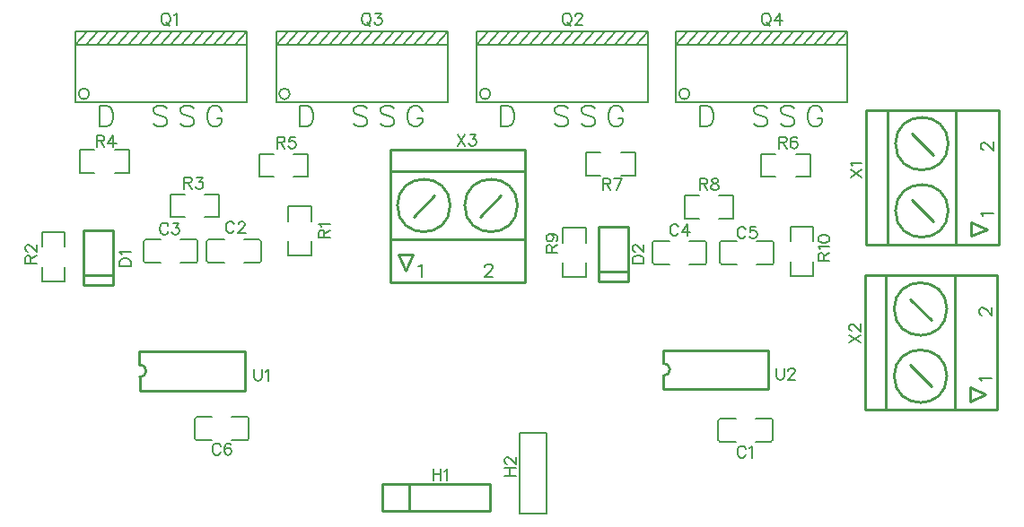
<source format=gto>
G04 Layer: TopSilkscreenLayer*
G04 EasyEDA v6.5.23, 2023-05-04 17:13:00*
G04 607db096b8b445a3a5bfbfc94cd9f4cc,a707f60854a14c978b55351e1b3b8125,10*
G04 Gerber Generator version 0.2*
G04 Scale: 100 percent, Rotated: No, Reflected: No *
G04 Dimensions in millimeters *
G04 leading zeros omitted , absolute positions ,4 integer and 5 decimal *
%FSLAX45Y45*%
%MOMM*%

%ADD10C,0.1524*%
%ADD11C,0.2032*%
%ADD12C,0.2540*%
%ADD13C,0.2030*%

%LPD*%
D10*
X2012441Y674115D02*
G01*
X2002027Y669036D01*
X1991613Y658621D01*
X1986279Y648207D01*
X1981200Y632460D01*
X1981200Y606552D01*
X1986279Y591057D01*
X1991613Y580644D01*
X2002027Y570229D01*
X2012441Y565150D01*
X2033270Y565150D01*
X2043429Y570229D01*
X2053843Y580644D01*
X2059177Y591057D01*
X2064258Y606552D01*
X2064258Y632460D01*
X2059177Y648207D01*
X2053843Y658621D01*
X2043429Y669036D01*
X2033270Y674115D01*
X2012441Y674115D01*
X2027936Y585723D02*
G01*
X2059177Y554736D01*
X2098547Y653287D02*
G01*
X2108961Y658621D01*
X2124709Y674115D01*
X2124709Y565150D01*
D11*
X1397000Y-201421D02*
G01*
X1397000Y-395223D01*
X1397000Y-201421D02*
G01*
X1461770Y-201421D01*
X1489455Y-210565D01*
X1507744Y-229107D01*
X1517142Y-247650D01*
X1526286Y-275336D01*
X1526286Y-321310D01*
X1517142Y-349250D01*
X1507744Y-367537D01*
X1489455Y-386079D01*
X1461770Y-395223D01*
X1397000Y-395223D01*
X2034286Y-229107D02*
G01*
X2015743Y-210565D01*
X1988058Y-201421D01*
X1951227Y-201421D01*
X1923542Y-210565D01*
X1905000Y-229107D01*
X1905000Y-247650D01*
X1914144Y-265937D01*
X1923542Y-275336D01*
X1941829Y-284479D01*
X1997456Y-303021D01*
X2015743Y-312165D01*
X2025141Y-321310D01*
X2034286Y-339852D01*
X2034286Y-367537D01*
X2015743Y-386079D01*
X1988058Y-395223D01*
X1951227Y-395223D01*
X1923542Y-386079D01*
X1905000Y-367537D01*
X2288286Y-229107D02*
G01*
X2269743Y-210565D01*
X2242058Y-201421D01*
X2205227Y-201421D01*
X2177541Y-210565D01*
X2159000Y-229107D01*
X2159000Y-247650D01*
X2168143Y-265937D01*
X2177541Y-275336D01*
X2195829Y-284479D01*
X2251456Y-303021D01*
X2269743Y-312165D01*
X2279141Y-321310D01*
X2288286Y-339852D01*
X2288286Y-367537D01*
X2269743Y-386079D01*
X2242058Y-395223D01*
X2205227Y-395223D01*
X2177541Y-386079D01*
X2159000Y-367537D01*
X2551427Y-247655D02*
G01*
X2542283Y-229113D01*
X2523741Y-210571D01*
X2505453Y-201427D01*
X2468369Y-201427D01*
X2449827Y-210571D01*
X2431539Y-229113D01*
X2422141Y-247655D01*
X2412997Y-275341D01*
X2412997Y-321315D01*
X2422141Y-349255D01*
X2431539Y-367543D01*
X2449827Y-386085D01*
X2468369Y-395229D01*
X2505453Y-395229D01*
X2523741Y-386085D01*
X2542283Y-367543D01*
X2551427Y-349255D01*
X2551427Y-321315D01*
X2505453Y-321315D02*
G01*
X2551427Y-321315D01*
D10*
X5797041Y674115D02*
G01*
X5786627Y669036D01*
X5776213Y658621D01*
X5770879Y648207D01*
X5765800Y632460D01*
X5765800Y606552D01*
X5770879Y591057D01*
X5776213Y580644D01*
X5786627Y570229D01*
X5797041Y565150D01*
X5817870Y565150D01*
X5828029Y570229D01*
X5838443Y580644D01*
X5843777Y591057D01*
X5848858Y606552D01*
X5848858Y632460D01*
X5843777Y648207D01*
X5838443Y658621D01*
X5828029Y669036D01*
X5817870Y674115D01*
X5797041Y674115D01*
X5812536Y585723D02*
G01*
X5843777Y554736D01*
X5888481Y648207D02*
G01*
X5888481Y653287D01*
X5893561Y663702D01*
X5898895Y669036D01*
X5909309Y674115D01*
X5929884Y674115D01*
X5940297Y669036D01*
X5945631Y663702D01*
X5950711Y653287D01*
X5950711Y642873D01*
X5945631Y632460D01*
X5935218Y616965D01*
X5883147Y565150D01*
X5956045Y565150D01*
D11*
X5181600Y-201421D02*
G01*
X5181600Y-395223D01*
X5181600Y-201421D02*
G01*
X5246370Y-201421D01*
X5274056Y-210565D01*
X5292343Y-229107D01*
X5301741Y-247650D01*
X5310886Y-275336D01*
X5310886Y-321310D01*
X5301741Y-349250D01*
X5292343Y-367537D01*
X5274056Y-386079D01*
X5246370Y-395223D01*
X5181600Y-395223D01*
X5818886Y-229107D02*
G01*
X5800343Y-210565D01*
X5772658Y-201421D01*
X5735827Y-201421D01*
X5708141Y-210565D01*
X5689600Y-229107D01*
X5689600Y-247650D01*
X5698743Y-265937D01*
X5708141Y-275336D01*
X5726429Y-284479D01*
X5782056Y-303021D01*
X5800343Y-312165D01*
X5809741Y-321310D01*
X5818886Y-339852D01*
X5818886Y-367537D01*
X5800343Y-386079D01*
X5772658Y-395223D01*
X5735827Y-395223D01*
X5708141Y-386079D01*
X5689600Y-367537D01*
X6072886Y-229107D02*
G01*
X6054343Y-210565D01*
X6026658Y-201421D01*
X5989827Y-201421D01*
X5962141Y-210565D01*
X5943600Y-229107D01*
X5943600Y-247650D01*
X5952743Y-265937D01*
X5962141Y-275336D01*
X5980429Y-284479D01*
X6036056Y-303021D01*
X6054343Y-312165D01*
X6063741Y-321310D01*
X6072886Y-339852D01*
X6072886Y-367537D01*
X6054343Y-386079D01*
X6026658Y-395223D01*
X5989827Y-395223D01*
X5962141Y-386079D01*
X5943600Y-367537D01*
X6336027Y-247655D02*
G01*
X6326883Y-229113D01*
X6308341Y-210571D01*
X6290053Y-201427D01*
X6252969Y-201427D01*
X6234427Y-210571D01*
X6216139Y-229113D01*
X6206741Y-247655D01*
X6197597Y-275341D01*
X6197597Y-321315D01*
X6206741Y-349255D01*
X6216139Y-367543D01*
X6234427Y-386085D01*
X6252969Y-395229D01*
X6290053Y-395229D01*
X6308341Y-386085D01*
X6326883Y-367543D01*
X6336027Y-349255D01*
X6336027Y-321315D01*
X6290053Y-321315D02*
G01*
X6336027Y-321315D01*
D10*
X7676641Y674115D02*
G01*
X7666227Y669036D01*
X7655813Y658621D01*
X7650479Y648207D01*
X7645400Y632460D01*
X7645400Y606552D01*
X7650479Y591057D01*
X7655813Y580644D01*
X7666227Y570229D01*
X7676641Y565150D01*
X7697470Y565150D01*
X7707629Y570229D01*
X7718043Y580644D01*
X7723377Y591057D01*
X7728458Y606552D01*
X7728458Y632460D01*
X7723377Y648207D01*
X7718043Y658621D01*
X7707629Y669036D01*
X7697470Y674115D01*
X7676641Y674115D01*
X7692136Y585723D02*
G01*
X7723377Y554736D01*
X7814818Y674115D02*
G01*
X7762747Y601471D01*
X7840725Y601471D01*
X7814818Y674115D02*
G01*
X7814818Y565150D01*
D11*
X7061200Y-201421D02*
G01*
X7061200Y-395223D01*
X7061200Y-201421D02*
G01*
X7125970Y-201421D01*
X7153656Y-210565D01*
X7171943Y-229107D01*
X7181341Y-247650D01*
X7190486Y-275336D01*
X7190486Y-321310D01*
X7181341Y-349250D01*
X7171943Y-367537D01*
X7153656Y-386079D01*
X7125970Y-395223D01*
X7061200Y-395223D01*
X7698486Y-229107D02*
G01*
X7679943Y-210565D01*
X7652258Y-201421D01*
X7615427Y-201421D01*
X7587741Y-210565D01*
X7569200Y-229107D01*
X7569200Y-247650D01*
X7578343Y-265937D01*
X7587741Y-275336D01*
X7606029Y-284479D01*
X7661656Y-303021D01*
X7679943Y-312165D01*
X7689341Y-321310D01*
X7698486Y-339852D01*
X7698486Y-367537D01*
X7679943Y-386079D01*
X7652258Y-395223D01*
X7615427Y-395223D01*
X7587741Y-386079D01*
X7569200Y-367537D01*
X7952486Y-229107D02*
G01*
X7933943Y-210565D01*
X7906258Y-201421D01*
X7869427Y-201421D01*
X7841741Y-210565D01*
X7823200Y-229107D01*
X7823200Y-247650D01*
X7832343Y-265937D01*
X7841741Y-275336D01*
X7860029Y-284479D01*
X7915656Y-303021D01*
X7933943Y-312165D01*
X7943341Y-321310D01*
X7952486Y-339852D01*
X7952486Y-367537D01*
X7933943Y-386079D01*
X7906258Y-395223D01*
X7869427Y-395223D01*
X7841741Y-386079D01*
X7823200Y-367537D01*
X8215627Y-247655D02*
G01*
X8206483Y-229113D01*
X8187941Y-210571D01*
X8169653Y-201427D01*
X8132569Y-201427D01*
X8114027Y-210571D01*
X8095739Y-229113D01*
X8086341Y-247655D01*
X8077197Y-275341D01*
X8077197Y-321315D01*
X8086341Y-349255D01*
X8095739Y-367543D01*
X8114027Y-386085D01*
X8132569Y-395229D01*
X8169653Y-395229D01*
X8187941Y-386085D01*
X8206483Y-367543D01*
X8215627Y-349255D01*
X8215627Y-321315D01*
X8169653Y-321315D02*
G01*
X8215627Y-321315D01*
D10*
X7494777Y-3441192D02*
G01*
X7489443Y-3430778D01*
X7479029Y-3420363D01*
X7468870Y-3415284D01*
X7448041Y-3415284D01*
X7437627Y-3420363D01*
X7427213Y-3430778D01*
X7421879Y-3441192D01*
X7416800Y-3456939D01*
X7416800Y-3482847D01*
X7421879Y-3498342D01*
X7427213Y-3508755D01*
X7437627Y-3519170D01*
X7448041Y-3524250D01*
X7468870Y-3524250D01*
X7479029Y-3519170D01*
X7489443Y-3508755D01*
X7494777Y-3498342D01*
X7529068Y-3436112D02*
G01*
X7539481Y-3430778D01*
X7554975Y-3415284D01*
X7554975Y-3524250D01*
X2668777Y-1320292D02*
G01*
X2663443Y-1309878D01*
X2653029Y-1299463D01*
X2642870Y-1294384D01*
X2622041Y-1294384D01*
X2611627Y-1299463D01*
X2601213Y-1309878D01*
X2595879Y-1320292D01*
X2590800Y-1336039D01*
X2590800Y-1361947D01*
X2595879Y-1377442D01*
X2601213Y-1387855D01*
X2611627Y-1398270D01*
X2622041Y-1403350D01*
X2642870Y-1403350D01*
X2653029Y-1398270D01*
X2663443Y-1387855D01*
X2668777Y-1377442D01*
X2708147Y-1320292D02*
G01*
X2708147Y-1315212D01*
X2713481Y-1304797D01*
X2718561Y-1299463D01*
X2728975Y-1294384D01*
X2749804Y-1294384D01*
X2760218Y-1299463D01*
X2765297Y-1304797D01*
X2770631Y-1315212D01*
X2770631Y-1325626D01*
X2765297Y-1336039D01*
X2754884Y-1351534D01*
X2703068Y-1403350D01*
X2775711Y-1403350D01*
X2046477Y-1332992D02*
G01*
X2041143Y-1322578D01*
X2030729Y-1312163D01*
X2020570Y-1307084D01*
X1999741Y-1307084D01*
X1989327Y-1312163D01*
X1978913Y-1322578D01*
X1973579Y-1332992D01*
X1968500Y-1348739D01*
X1968500Y-1374647D01*
X1973579Y-1390142D01*
X1978913Y-1400555D01*
X1989327Y-1410970D01*
X1999741Y-1416050D01*
X2020570Y-1416050D01*
X2030729Y-1410970D01*
X2041143Y-1400555D01*
X2046477Y-1390142D01*
X2091181Y-1307084D02*
G01*
X2148331Y-1307084D01*
X2117090Y-1348739D01*
X2132584Y-1348739D01*
X2142997Y-1353820D01*
X2148331Y-1358900D01*
X2153411Y-1374647D01*
X2153411Y-1385062D01*
X2148331Y-1400555D01*
X2137918Y-1410970D01*
X2122170Y-1416050D01*
X2106675Y-1416050D01*
X2091181Y-1410970D01*
X2085847Y-1405889D01*
X2080768Y-1395476D01*
X6859777Y-1345692D02*
G01*
X6854443Y-1335278D01*
X6844029Y-1324863D01*
X6833870Y-1319784D01*
X6813041Y-1319784D01*
X6802627Y-1324863D01*
X6792213Y-1335278D01*
X6786879Y-1345692D01*
X6781800Y-1361439D01*
X6781800Y-1387347D01*
X6786879Y-1402842D01*
X6792213Y-1413255D01*
X6802627Y-1423670D01*
X6813041Y-1428750D01*
X6833870Y-1428750D01*
X6844029Y-1423670D01*
X6854443Y-1413255D01*
X6859777Y-1402842D01*
X6945884Y-1319784D02*
G01*
X6894068Y-1392428D01*
X6972045Y-1392428D01*
X6945884Y-1319784D02*
G01*
X6945884Y-1428750D01*
X7494777Y-1371092D02*
G01*
X7489443Y-1360678D01*
X7479029Y-1350263D01*
X7468870Y-1345184D01*
X7448041Y-1345184D01*
X7437627Y-1350263D01*
X7427213Y-1360678D01*
X7421879Y-1371092D01*
X7416800Y-1386839D01*
X7416800Y-1412747D01*
X7421879Y-1428242D01*
X7427213Y-1438655D01*
X7437627Y-1449070D01*
X7448041Y-1454150D01*
X7468870Y-1454150D01*
X7479029Y-1449070D01*
X7489443Y-1438655D01*
X7494777Y-1428242D01*
X7591297Y-1345184D02*
G01*
X7539481Y-1345184D01*
X7534147Y-1391920D01*
X7539481Y-1386839D01*
X7554975Y-1381505D01*
X7570470Y-1381505D01*
X7586218Y-1386839D01*
X7596631Y-1397000D01*
X7601711Y-1412747D01*
X7601711Y-1423162D01*
X7596631Y-1438655D01*
X7586218Y-1449070D01*
X7570470Y-1454150D01*
X7554975Y-1454150D01*
X7539481Y-1449070D01*
X7534147Y-1443989D01*
X7529068Y-1433576D01*
X2541777Y-3415792D02*
G01*
X2536443Y-3405378D01*
X2526029Y-3394963D01*
X2515870Y-3389884D01*
X2495041Y-3389884D01*
X2484627Y-3394963D01*
X2474213Y-3405378D01*
X2468879Y-3415792D01*
X2463800Y-3431539D01*
X2463800Y-3457447D01*
X2468879Y-3472942D01*
X2474213Y-3483355D01*
X2484627Y-3493770D01*
X2495041Y-3498850D01*
X2515870Y-3498850D01*
X2526029Y-3493770D01*
X2536443Y-3483355D01*
X2541777Y-3472942D01*
X2638297Y-3405378D02*
G01*
X2633218Y-3394963D01*
X2617470Y-3389884D01*
X2607309Y-3389884D01*
X2591561Y-3394963D01*
X2581147Y-3410712D01*
X2576068Y-3436620D01*
X2576068Y-3462528D01*
X2581147Y-3483355D01*
X2591561Y-3493770D01*
X2607309Y-3498850D01*
X2612390Y-3498850D01*
X2627884Y-3493770D01*
X2638297Y-3483355D01*
X2643631Y-3467862D01*
X2643631Y-3462528D01*
X2638297Y-3447034D01*
X2627884Y-3436620D01*
X2612390Y-3431539D01*
X2607309Y-3431539D01*
X2591561Y-3436620D01*
X2581147Y-3447034D01*
X2576068Y-3462528D01*
X1586484Y-1714500D02*
G01*
X1695450Y-1714500D01*
X1586484Y-1714500D02*
G01*
X1586484Y-1678178D01*
X1591563Y-1662429D01*
X1601978Y-1652270D01*
X1612392Y-1646936D01*
X1628139Y-1641855D01*
X1654047Y-1641855D01*
X1669542Y-1646936D01*
X1679955Y-1652270D01*
X1690370Y-1662429D01*
X1695450Y-1678178D01*
X1695450Y-1714500D01*
X1607312Y-1607565D02*
G01*
X1601978Y-1597152D01*
X1586484Y-1581404D01*
X1695450Y-1581404D01*
X6425184Y-1689100D02*
G01*
X6534150Y-1689100D01*
X6425184Y-1689100D02*
G01*
X6425184Y-1652778D01*
X6430263Y-1637029D01*
X6440677Y-1626870D01*
X6451091Y-1621536D01*
X6466840Y-1616455D01*
X6492747Y-1616455D01*
X6508241Y-1621536D01*
X6518656Y-1626870D01*
X6529070Y-1637029D01*
X6534150Y-1652778D01*
X6534150Y-1689100D01*
X6451091Y-1576831D02*
G01*
X6446011Y-1576831D01*
X6435597Y-1571752D01*
X6430263Y-1566418D01*
X6425184Y-1556004D01*
X6425184Y-1535429D01*
X6430263Y-1525015D01*
X6435597Y-1519681D01*
X6446011Y-1514602D01*
X6456425Y-1514602D01*
X6466840Y-1519681D01*
X6482334Y-1530095D01*
X6534150Y-1582165D01*
X6534150Y-1509268D01*
X4546600Y-3631184D02*
G01*
X4546600Y-3740150D01*
X4619243Y-3631184D02*
G01*
X4619243Y-3740150D01*
X4546600Y-3683000D02*
G01*
X4619243Y-3683000D01*
X4653534Y-3652012D02*
G01*
X4663947Y-3646678D01*
X4679695Y-3631184D01*
X4679695Y-3740150D01*
X5218684Y-3695700D02*
G01*
X5327650Y-3695700D01*
X5218684Y-3623055D02*
G01*
X5327650Y-3623055D01*
X5270500Y-3695700D02*
G01*
X5270500Y-3623055D01*
X5244591Y-3583431D02*
G01*
X5239511Y-3583431D01*
X5229097Y-3578352D01*
X5223763Y-3573018D01*
X5218684Y-3562604D01*
X5218684Y-3542029D01*
X5223763Y-3531615D01*
X5229097Y-3526281D01*
X5239511Y-3521202D01*
X5249925Y-3521202D01*
X5260340Y-3526281D01*
X5275834Y-3536695D01*
X5327650Y-3588765D01*
X5327650Y-3515868D01*
X3466084Y-1447800D02*
G01*
X3575050Y-1447800D01*
X3466084Y-1447800D02*
G01*
X3466084Y-1401063D01*
X3471163Y-1385570D01*
X3476497Y-1380236D01*
X3486911Y-1375155D01*
X3497325Y-1375155D01*
X3507740Y-1380236D01*
X3512820Y-1385570D01*
X3517900Y-1401063D01*
X3517900Y-1447800D01*
X3517900Y-1411478D02*
G01*
X3575050Y-1375155D01*
X3486911Y-1340865D02*
G01*
X3481577Y-1330452D01*
X3466084Y-1314704D01*
X3575050Y-1314704D01*
X697484Y-1689100D02*
G01*
X806450Y-1689100D01*
X697484Y-1689100D02*
G01*
X697484Y-1642363D01*
X702563Y-1626870D01*
X707897Y-1621536D01*
X718312Y-1616455D01*
X728726Y-1616455D01*
X739139Y-1621536D01*
X744220Y-1626870D01*
X749300Y-1642363D01*
X749300Y-1689100D01*
X749300Y-1652778D02*
G01*
X806450Y-1616455D01*
X723392Y-1576831D02*
G01*
X718312Y-1576831D01*
X707897Y-1571752D01*
X702563Y-1566418D01*
X697484Y-1556004D01*
X697484Y-1535429D01*
X702563Y-1525015D01*
X707897Y-1519681D01*
X718312Y-1514602D01*
X728726Y-1514602D01*
X739139Y-1519681D01*
X754634Y-1530095D01*
X806450Y-1582165D01*
X806450Y-1509268D01*
X1371600Y-481584D02*
G01*
X1371600Y-590550D01*
X1371600Y-481584D02*
G01*
X1418336Y-481584D01*
X1433829Y-486663D01*
X1439163Y-491997D01*
X1444244Y-502412D01*
X1444244Y-512826D01*
X1439163Y-523239D01*
X1433829Y-528320D01*
X1418336Y-533400D01*
X1371600Y-533400D01*
X1407921Y-533400D02*
G01*
X1444244Y-590550D01*
X1530604Y-481584D02*
G01*
X1478534Y-554228D01*
X1556512Y-554228D01*
X1530604Y-481584D02*
G01*
X1530604Y-590550D01*
X3073400Y-494284D02*
G01*
X3073400Y-603250D01*
X3073400Y-494284D02*
G01*
X3120136Y-494284D01*
X3135629Y-499363D01*
X3140963Y-504697D01*
X3146043Y-515112D01*
X3146043Y-525526D01*
X3140963Y-535939D01*
X3135629Y-541020D01*
X3120136Y-546100D01*
X3073400Y-546100D01*
X3109722Y-546100D02*
G01*
X3146043Y-603250D01*
X3242818Y-494284D02*
G01*
X3190747Y-494284D01*
X3185668Y-541020D01*
X3190747Y-535939D01*
X3206495Y-530605D01*
X3221990Y-530605D01*
X3237484Y-535939D01*
X3247897Y-546100D01*
X3253231Y-561847D01*
X3253231Y-572262D01*
X3247897Y-587755D01*
X3237484Y-598170D01*
X3221990Y-603250D01*
X3206495Y-603250D01*
X3190747Y-598170D01*
X3185668Y-593089D01*
X3180334Y-582676D01*
X7810500Y-494284D02*
G01*
X7810500Y-603250D01*
X7810500Y-494284D02*
G01*
X7857236Y-494284D01*
X7872729Y-499363D01*
X7878063Y-504697D01*
X7883143Y-515112D01*
X7883143Y-525526D01*
X7878063Y-535939D01*
X7872729Y-541020D01*
X7857236Y-546100D01*
X7810500Y-546100D01*
X7846822Y-546100D02*
G01*
X7883143Y-603250D01*
X7979918Y-509778D02*
G01*
X7974584Y-499363D01*
X7959090Y-494284D01*
X7948675Y-494284D01*
X7933181Y-499363D01*
X7922768Y-515112D01*
X7917434Y-541020D01*
X7917434Y-566928D01*
X7922768Y-587755D01*
X7933181Y-598170D01*
X7948675Y-603250D01*
X7954009Y-603250D01*
X7969504Y-598170D01*
X7979918Y-587755D01*
X7984997Y-572262D01*
X7984997Y-566928D01*
X7979918Y-551434D01*
X7969504Y-541020D01*
X7954009Y-535939D01*
X7948675Y-535939D01*
X7933181Y-541020D01*
X7922768Y-551434D01*
X7917434Y-566928D01*
X6146800Y-887984D02*
G01*
X6146800Y-996950D01*
X6146800Y-887984D02*
G01*
X6193536Y-887984D01*
X6209029Y-893063D01*
X6214363Y-898397D01*
X6219443Y-908812D01*
X6219443Y-919226D01*
X6214363Y-929639D01*
X6209029Y-934720D01*
X6193536Y-939800D01*
X6146800Y-939800D01*
X6183122Y-939800D02*
G01*
X6219443Y-996950D01*
X6326631Y-887984D02*
G01*
X6274561Y-996950D01*
X6253734Y-887984D02*
G01*
X6326631Y-887984D01*
X5612384Y-1587500D02*
G01*
X5721350Y-1587500D01*
X5612384Y-1587500D02*
G01*
X5612384Y-1540763D01*
X5617463Y-1525270D01*
X5622797Y-1519936D01*
X5633211Y-1514855D01*
X5643625Y-1514855D01*
X5654040Y-1519936D01*
X5659120Y-1525270D01*
X5664200Y-1540763D01*
X5664200Y-1587500D01*
X5664200Y-1551178D02*
G01*
X5721350Y-1514855D01*
X5648706Y-1413002D02*
G01*
X5664200Y-1418081D01*
X5674613Y-1428495D01*
X5679947Y-1443989D01*
X5679947Y-1449323D01*
X5674613Y-1464818D01*
X5664200Y-1475231D01*
X5648706Y-1480565D01*
X5643625Y-1480565D01*
X5627877Y-1475231D01*
X5617463Y-1464818D01*
X5612384Y-1449323D01*
X5612384Y-1443989D01*
X5617463Y-1428495D01*
X5627877Y-1418081D01*
X5648706Y-1413002D01*
X5674613Y-1413002D01*
X5700775Y-1418081D01*
X5716270Y-1428495D01*
X5721350Y-1443989D01*
X5721350Y-1454404D01*
X5716270Y-1470152D01*
X5705856Y-1475231D01*
X8177784Y-1663700D02*
G01*
X8286750Y-1663700D01*
X8177784Y-1663700D02*
G01*
X8177784Y-1616963D01*
X8182863Y-1601470D01*
X8188197Y-1596136D01*
X8198611Y-1591055D01*
X8209025Y-1591055D01*
X8219440Y-1596136D01*
X8224520Y-1601470D01*
X8229600Y-1616963D01*
X8229600Y-1663700D01*
X8229600Y-1627378D02*
G01*
X8286750Y-1591055D01*
X8198611Y-1556765D02*
G01*
X8193277Y-1546352D01*
X8177784Y-1530604D01*
X8286750Y-1530604D01*
X8177784Y-1465326D02*
G01*
X8182863Y-1480820D01*
X8198611Y-1491234D01*
X8224520Y-1496313D01*
X8240013Y-1496313D01*
X8266175Y-1491234D01*
X8281670Y-1480820D01*
X8286750Y-1465326D01*
X8286750Y-1454912D01*
X8281670Y-1439163D01*
X8266175Y-1428750D01*
X8240013Y-1423670D01*
X8224520Y-1423670D01*
X8198611Y-1428750D01*
X8182863Y-1439163D01*
X8177784Y-1454912D01*
X8177784Y-1465326D01*
X2857500Y-2691384D02*
G01*
X2857500Y-2769362D01*
X2862579Y-2784855D01*
X2872993Y-2795270D01*
X2888741Y-2800350D01*
X2899156Y-2800350D01*
X2914650Y-2795270D01*
X2925063Y-2784855D01*
X2930143Y-2769362D01*
X2930143Y-2691384D01*
X2964434Y-2712212D02*
G01*
X2974847Y-2706878D01*
X2990595Y-2691384D01*
X2990595Y-2800350D01*
X7785100Y-2678684D02*
G01*
X7785100Y-2756662D01*
X7790179Y-2772155D01*
X7800593Y-2782570D01*
X7816341Y-2787650D01*
X7826756Y-2787650D01*
X7842250Y-2782570D01*
X7852663Y-2772155D01*
X7857743Y-2756662D01*
X7857743Y-2678684D01*
X7897368Y-2704592D02*
G01*
X7897368Y-2699512D01*
X7902447Y-2689097D01*
X7907781Y-2683763D01*
X7918195Y-2678684D01*
X7938770Y-2678684D01*
X7949184Y-2683763D01*
X7954518Y-2689097D01*
X7959597Y-2699512D01*
X7959597Y-2709926D01*
X7954518Y-2720339D01*
X7944104Y-2735834D01*
X7892034Y-2787650D01*
X7964931Y-2787650D01*
X3904741Y674115D02*
G01*
X3894327Y669036D01*
X3883913Y658621D01*
X3878579Y648207D01*
X3873500Y632460D01*
X3873500Y606552D01*
X3878579Y591057D01*
X3883913Y580644D01*
X3894327Y570229D01*
X3904741Y565150D01*
X3925570Y565150D01*
X3935729Y570229D01*
X3946143Y580644D01*
X3951477Y591057D01*
X3956558Y606552D01*
X3956558Y632460D01*
X3951477Y648207D01*
X3946143Y658621D01*
X3935729Y669036D01*
X3925570Y674115D01*
X3904741Y674115D01*
X3920236Y585723D02*
G01*
X3951477Y554736D01*
X4001261Y674115D02*
G01*
X4058411Y674115D01*
X4027170Y632460D01*
X4042918Y632460D01*
X4053331Y627379D01*
X4058411Y622300D01*
X4063745Y606552D01*
X4063745Y596137D01*
X4058411Y580644D01*
X4047997Y570229D01*
X4032504Y565150D01*
X4017009Y565150D01*
X4001261Y570229D01*
X3996181Y575310D01*
X3990847Y585723D01*
D11*
X3289300Y-201421D02*
G01*
X3289300Y-395223D01*
X3289300Y-201421D02*
G01*
X3354070Y-201421D01*
X3381756Y-210565D01*
X3400043Y-229107D01*
X3409441Y-247650D01*
X3418586Y-275336D01*
X3418586Y-321310D01*
X3409441Y-349250D01*
X3400043Y-367537D01*
X3381756Y-386079D01*
X3354070Y-395223D01*
X3289300Y-395223D01*
X3926586Y-229107D02*
G01*
X3908043Y-210565D01*
X3880358Y-201421D01*
X3843527Y-201421D01*
X3815841Y-210565D01*
X3797300Y-229107D01*
X3797300Y-247650D01*
X3806443Y-265937D01*
X3815841Y-275336D01*
X3834129Y-284479D01*
X3889756Y-303021D01*
X3908043Y-312165D01*
X3917441Y-321310D01*
X3926586Y-339852D01*
X3926586Y-367537D01*
X3908043Y-386079D01*
X3880358Y-395223D01*
X3843527Y-395223D01*
X3815841Y-386079D01*
X3797300Y-367537D01*
X4180586Y-229107D02*
G01*
X4162043Y-210565D01*
X4134358Y-201421D01*
X4097527Y-201421D01*
X4069841Y-210565D01*
X4051300Y-229107D01*
X4051300Y-247650D01*
X4060443Y-265937D01*
X4069841Y-275336D01*
X4088129Y-284479D01*
X4143756Y-303021D01*
X4162043Y-312165D01*
X4171441Y-321310D01*
X4180586Y-339852D01*
X4180586Y-367537D01*
X4162043Y-386079D01*
X4134358Y-395223D01*
X4097527Y-395223D01*
X4069841Y-386079D01*
X4051300Y-367537D01*
X4443727Y-247655D02*
G01*
X4434583Y-229113D01*
X4416041Y-210571D01*
X4397753Y-201427D01*
X4360669Y-201427D01*
X4342127Y-210571D01*
X4323839Y-229113D01*
X4314441Y-247655D01*
X4305297Y-275341D01*
X4305297Y-321315D01*
X4314441Y-349255D01*
X4323839Y-367543D01*
X4342127Y-386085D01*
X4360669Y-395229D01*
X4397753Y-395229D01*
X4416041Y-386085D01*
X4434583Y-367543D01*
X4443727Y-349255D01*
X4443727Y-321315D01*
X4397753Y-321315D02*
G01*
X4443727Y-321315D01*
D10*
X8482584Y-876376D02*
G01*
X8591550Y-803732D01*
X8482584Y-803732D02*
G01*
X8591550Y-876376D01*
X8503411Y-769442D02*
G01*
X8498077Y-759028D01*
X8482584Y-743280D01*
X8591550Y-743280D01*
X9732772Y-1242136D02*
G01*
X9726929Y-1230706D01*
X9709658Y-1213180D01*
X9831070Y-1213180D01*
X9738613Y-616534D02*
G01*
X9732772Y-616534D01*
X9721341Y-610946D01*
X9715500Y-605104D01*
X9709658Y-593420D01*
X9709658Y-570306D01*
X9715500Y-558876D01*
X9721341Y-553034D01*
X9732772Y-547446D01*
X9744456Y-547446D01*
X9755886Y-553034D01*
X9773158Y-564718D01*
X9831070Y-622376D01*
X9831070Y-541604D01*
X8469884Y-2438476D02*
G01*
X8578850Y-2365832D01*
X8469884Y-2365832D02*
G01*
X8578850Y-2438476D01*
X8495791Y-2326208D02*
G01*
X8490711Y-2326208D01*
X8480297Y-2321128D01*
X8474963Y-2315794D01*
X8469884Y-2305380D01*
X8469884Y-2284806D01*
X8474963Y-2274392D01*
X8480297Y-2269058D01*
X8490711Y-2263978D01*
X8501125Y-2263978D01*
X8511540Y-2269058D01*
X8527034Y-2279472D01*
X8578850Y-2331542D01*
X8578850Y-2258644D01*
X9720072Y-2804236D02*
G01*
X9714229Y-2792806D01*
X9696958Y-2775280D01*
X9818370Y-2775280D01*
X9725913Y-2178634D02*
G01*
X9720072Y-2178634D01*
X9708641Y-2173046D01*
X9702800Y-2167204D01*
X9696958Y-2155520D01*
X9696958Y-2132406D01*
X9702800Y-2120976D01*
X9708641Y-2115134D01*
X9720072Y-2109546D01*
X9731756Y-2109546D01*
X9743186Y-2115134D01*
X9760458Y-2126818D01*
X9818370Y-2184476D01*
X9818370Y-2103704D01*
X4775123Y-468884D02*
G01*
X4847767Y-577850D01*
X4847767Y-468884D02*
G01*
X4775123Y-577850D01*
X4892471Y-468884D02*
G01*
X4949621Y-468884D01*
X4918633Y-510539D01*
X4934127Y-510539D01*
X4944541Y-515620D01*
X4949621Y-520700D01*
X4954955Y-536447D01*
X4954955Y-546862D01*
X4949621Y-562355D01*
X4939207Y-572770D01*
X4923713Y-577850D01*
X4908219Y-577850D01*
X4892471Y-572770D01*
X4887391Y-567689D01*
X4882057Y-557276D01*
X4409363Y-1719071D02*
G01*
X4420793Y-1713229D01*
X4438319Y-1695957D01*
X4438319Y-1817370D01*
X5034965Y-1724913D02*
G01*
X5034965Y-1719071D01*
X5040553Y-1707642D01*
X5046395Y-1701800D01*
X5058079Y-1695957D01*
X5081193Y-1695957D01*
X5092623Y-1701800D01*
X5098465Y-1707642D01*
X5104053Y-1719071D01*
X5104053Y-1730755D01*
X5098465Y-1742186D01*
X5086781Y-1759457D01*
X5029123Y-1817370D01*
X5109895Y-1817370D01*
X2197100Y-875284D02*
G01*
X2197100Y-984250D01*
X2197100Y-875284D02*
G01*
X2243836Y-875284D01*
X2259329Y-880363D01*
X2264663Y-885697D01*
X2269743Y-896112D01*
X2269743Y-906526D01*
X2264663Y-916939D01*
X2259329Y-922020D01*
X2243836Y-927100D01*
X2197100Y-927100D01*
X2233422Y-927100D02*
G01*
X2269743Y-984250D01*
X2314447Y-875284D02*
G01*
X2371597Y-875284D01*
X2340609Y-916939D01*
X2356104Y-916939D01*
X2366518Y-922020D01*
X2371597Y-927100D01*
X2376931Y-942847D01*
X2376931Y-953262D01*
X2371597Y-968755D01*
X2361184Y-979170D01*
X2345690Y-984250D01*
X2330195Y-984250D01*
X2314447Y-979170D01*
X2309368Y-974089D01*
X2304034Y-963676D01*
X7061200Y-887984D02*
G01*
X7061200Y-996950D01*
X7061200Y-887984D02*
G01*
X7107936Y-887984D01*
X7123429Y-893063D01*
X7128763Y-898397D01*
X7133843Y-908812D01*
X7133843Y-919226D01*
X7128763Y-929639D01*
X7123429Y-934720D01*
X7107936Y-939800D01*
X7061200Y-939800D01*
X7097522Y-939800D02*
G01*
X7133843Y-996950D01*
X7194295Y-887984D02*
G01*
X7178547Y-893063D01*
X7173468Y-903478D01*
X7173468Y-913892D01*
X7178547Y-924305D01*
X7188961Y-929639D01*
X7209790Y-934720D01*
X7225284Y-939800D01*
X7235697Y-950213D01*
X7241031Y-960628D01*
X7241031Y-976376D01*
X7235697Y-986789D01*
X7230618Y-991870D01*
X7214870Y-996950D01*
X7194295Y-996950D01*
X7178547Y-991870D01*
X7173468Y-986789D01*
X7168134Y-976376D01*
X7168134Y-960628D01*
X7173468Y-950213D01*
X7183881Y-939800D01*
X7199375Y-934720D01*
X7220204Y-929639D01*
X7230618Y-924305D01*
X7235697Y-913892D01*
X7235697Y-903478D01*
X7230618Y-893063D01*
X7214870Y-887984D01*
X7194295Y-887984D01*
D11*
X1281198Y501599D02*
G01*
X1171199Y371599D01*
X1171199Y-168399D02*
G01*
X1171199Y371589D01*
X2791198Y501599D02*
G01*
X2791198Y371599D01*
X1981200Y-168399D02*
G01*
X1171199Y-168399D01*
X2791198Y501599D02*
G01*
X2681198Y371599D01*
X2681203Y501596D02*
G01*
X2571203Y371596D01*
X2581201Y501599D02*
G01*
X2471201Y371599D01*
X2481201Y501599D02*
G01*
X2371201Y371599D01*
X2381199Y501599D02*
G01*
X2271199Y371599D01*
X2281199Y501599D02*
G01*
X2171199Y371599D01*
X2181199Y501599D02*
G01*
X2071199Y371599D01*
X2081199Y501599D02*
G01*
X1971200Y371599D01*
X1981200Y501599D02*
G01*
X1871200Y371599D01*
X1781197Y501601D02*
G01*
X1671198Y371602D01*
X1881197Y501599D02*
G01*
X1771197Y371599D01*
X1681200Y501599D02*
G01*
X1571200Y371599D01*
X1581200Y501596D02*
G01*
X1471201Y371596D01*
X1481203Y501601D02*
G01*
X1371203Y371602D01*
X1381198Y501601D02*
G01*
X1271198Y371602D01*
X1171199Y501599D02*
G01*
X1171199Y371599D01*
X1171201Y501599D02*
G01*
X1981202Y501599D01*
X1981200Y501599D02*
G01*
X2791200Y501599D01*
X1981200Y371599D02*
G01*
X1171199Y371599D01*
X1981200Y371599D02*
G01*
X2791200Y371599D01*
X1981200Y-168399D02*
G01*
X2791200Y-168399D01*
X2791200Y371599D02*
G01*
X2791200Y-168389D01*
X5065798Y501599D02*
G01*
X4955799Y371599D01*
X4955799Y-168399D02*
G01*
X4955799Y371589D01*
X6575798Y501599D02*
G01*
X6575798Y371599D01*
X5765800Y-168399D02*
G01*
X4955799Y-168399D01*
X6575798Y501599D02*
G01*
X6465798Y371599D01*
X6465803Y501596D02*
G01*
X6355803Y371596D01*
X6365801Y501599D02*
G01*
X6255801Y371599D01*
X6265801Y501599D02*
G01*
X6155801Y371599D01*
X6165799Y501599D02*
G01*
X6055799Y371599D01*
X6065799Y501599D02*
G01*
X5955799Y371599D01*
X5965799Y501599D02*
G01*
X5855799Y371599D01*
X5865799Y501599D02*
G01*
X5755800Y371599D01*
X5765800Y501599D02*
G01*
X5655800Y371599D01*
X5565797Y501601D02*
G01*
X5455798Y371602D01*
X5665797Y501599D02*
G01*
X5555797Y371599D01*
X5465800Y501599D02*
G01*
X5355800Y371599D01*
X5365800Y501596D02*
G01*
X5255801Y371596D01*
X5265803Y501601D02*
G01*
X5155803Y371602D01*
X5165798Y501601D02*
G01*
X5055798Y371602D01*
X4955799Y501599D02*
G01*
X4955799Y371599D01*
X4955801Y501599D02*
G01*
X5765802Y501599D01*
X5765800Y501599D02*
G01*
X6575800Y501599D01*
X5765800Y371599D02*
G01*
X4955799Y371599D01*
X5765800Y371599D02*
G01*
X6575800Y371599D01*
X5765800Y-168399D02*
G01*
X6575800Y-168399D01*
X6575800Y371599D02*
G01*
X6575800Y-168389D01*
X6945398Y501599D02*
G01*
X6835399Y371599D01*
X6835399Y-168399D02*
G01*
X6835399Y371589D01*
X8455398Y501599D02*
G01*
X8455398Y371599D01*
X7645400Y-168399D02*
G01*
X6835399Y-168399D01*
X8455398Y501599D02*
G01*
X8345398Y371599D01*
X8345403Y501596D02*
G01*
X8235403Y371596D01*
X8245401Y501599D02*
G01*
X8135401Y371599D01*
X8145401Y501599D02*
G01*
X8035401Y371599D01*
X8045399Y501599D02*
G01*
X7935399Y371599D01*
X7945399Y501599D02*
G01*
X7835399Y371599D01*
X7845399Y501599D02*
G01*
X7735399Y371599D01*
X7745399Y501599D02*
G01*
X7635400Y371599D01*
X7645400Y501599D02*
G01*
X7535400Y371599D01*
X7445397Y501601D02*
G01*
X7335398Y371602D01*
X7545397Y501599D02*
G01*
X7435397Y371599D01*
X7345400Y501599D02*
G01*
X7235400Y371599D01*
X7245400Y501596D02*
G01*
X7135401Y371596D01*
X7145403Y501601D02*
G01*
X7035403Y371602D01*
X7045398Y501601D02*
G01*
X6935398Y371602D01*
X6835399Y501599D02*
G01*
X6835399Y371599D01*
X6835401Y501599D02*
G01*
X7645402Y501599D01*
X7645400Y501599D02*
G01*
X8455400Y501599D01*
X7645400Y371599D02*
G01*
X6835399Y371599D01*
X7645400Y371599D02*
G01*
X8455400Y371599D01*
X7645400Y-168399D02*
G01*
X8455400Y-168399D01*
X8455400Y371599D02*
G01*
X8455400Y-168389D01*
D10*
X7734119Y-3154639D02*
G01*
X7585621Y-3154639D01*
X7585621Y-3373160D02*
G01*
X7734119Y-3373160D01*
X7749359Y-3357920D02*
G01*
X7749359Y-3169879D01*
X7251880Y-3154639D02*
G01*
X7400378Y-3154639D01*
X7400378Y-3373160D02*
G01*
X7251880Y-3373160D01*
X7236640Y-3357920D02*
G01*
X7236640Y-3169879D01*
X2425880Y-1684060D02*
G01*
X2574378Y-1684060D01*
X2574378Y-1465539D02*
G01*
X2425880Y-1465539D01*
X2410640Y-1480779D02*
G01*
X2410640Y-1668820D01*
X2908119Y-1684060D02*
G01*
X2759621Y-1684060D01*
X2759621Y-1465539D02*
G01*
X2908119Y-1465539D01*
X2923359Y-1480779D02*
G01*
X2923359Y-1668820D01*
X2311219Y-1465539D02*
G01*
X2162721Y-1465539D01*
X2162721Y-1684060D02*
G01*
X2311219Y-1684060D01*
X2326459Y-1668820D02*
G01*
X2326459Y-1480779D01*
X1828980Y-1465539D02*
G01*
X1977478Y-1465539D01*
X1977478Y-1684060D02*
G01*
X1828980Y-1684060D01*
X1813740Y-1668820D02*
G01*
X1813740Y-1480779D01*
X7111819Y-1478239D02*
G01*
X6963321Y-1478239D01*
X6963321Y-1696760D02*
G01*
X7111819Y-1696760D01*
X7127059Y-1681520D02*
G01*
X7127059Y-1493479D01*
X6629580Y-1478239D02*
G01*
X6778078Y-1478239D01*
X6778078Y-1696760D02*
G01*
X6629580Y-1696760D01*
X6614340Y-1681520D02*
G01*
X6614340Y-1493479D01*
X7264580Y-1696760D02*
G01*
X7413078Y-1696760D01*
X7413078Y-1478239D02*
G01*
X7264580Y-1478239D01*
X7249340Y-1493479D02*
G01*
X7249340Y-1681520D01*
X7746819Y-1696760D02*
G01*
X7598321Y-1696760D01*
X7598321Y-1478239D02*
G01*
X7746819Y-1478239D01*
X7762059Y-1493479D02*
G01*
X7762059Y-1681520D01*
X2311580Y-3360460D02*
G01*
X2460078Y-3360460D01*
X2460078Y-3141939D02*
G01*
X2311580Y-3141939D01*
X2296340Y-3157179D02*
G01*
X2296340Y-3345220D01*
X2793819Y-3360460D02*
G01*
X2645321Y-3360460D01*
X2645321Y-3141939D02*
G01*
X2793819Y-3141939D01*
X2809059Y-3157179D02*
G01*
X2809059Y-3345220D01*
D12*
X1244300Y-1802373D02*
G01*
X1524299Y-1802373D01*
X1244300Y-1898299D02*
G01*
X1524299Y-1898299D01*
X1524299Y-1898299D02*
G01*
X1524299Y-1378300D01*
X1244300Y-1378300D02*
G01*
X1524299Y-1378300D01*
X1244300Y-1898299D02*
G01*
X1244300Y-1378300D01*
X6108400Y-1764273D02*
G01*
X6388399Y-1764273D01*
X6108400Y-1860199D02*
G01*
X6388399Y-1860199D01*
X6388399Y-1860199D02*
G01*
X6388399Y-1340200D01*
X6108400Y-1340200D02*
G01*
X6388399Y-1340200D01*
X6108400Y-1860199D02*
G01*
X6108400Y-1340200D01*
X4320352Y-3771900D02*
G01*
X5080000Y-3771900D01*
X5080000Y-4025900D01*
X4064000Y-4025900D01*
X4064000Y-3771900D01*
X4320352Y-3771900D01*
X4320352Y-3771900D02*
G01*
X4320352Y-4025900D01*
D11*
X5359400Y-3860800D02*
G01*
X5359400Y-4051300D01*
X5613400Y-4051300D01*
X5613400Y-3289300D01*
X5359400Y-3289300D01*
D13*
X5359400Y-3289300D02*
G01*
X5359400Y-3860800D01*
D10*
X3397209Y-1289179D02*
G01*
X3397209Y-1153187D01*
X3181390Y-1153187D01*
X3181390Y-1289179D01*
X3397209Y-1479420D02*
G01*
X3397209Y-1615412D01*
X3181390Y-1615412D01*
X3181390Y-1479420D01*
X1073109Y-1530479D02*
G01*
X1073109Y-1394487D01*
X857290Y-1394487D01*
X857290Y-1530479D01*
X1073109Y-1720720D02*
G01*
X1073109Y-1856712D01*
X857290Y-1856712D01*
X857290Y-1720720D01*
X1352679Y-615990D02*
G01*
X1216687Y-615990D01*
X1216687Y-831809D01*
X1352679Y-831809D01*
X1542920Y-615990D02*
G01*
X1678912Y-615990D01*
X1678912Y-831809D01*
X1542920Y-831809D01*
X3232020Y-869909D02*
G01*
X3368012Y-869909D01*
X3368012Y-654090D01*
X3232020Y-654090D01*
X3041779Y-869909D02*
G01*
X2905787Y-869909D01*
X2905787Y-654090D01*
X3041779Y-654090D01*
X7969120Y-869909D02*
G01*
X8105112Y-869909D01*
X8105112Y-654090D01*
X7969120Y-654090D01*
X7778879Y-869909D02*
G01*
X7642887Y-869909D01*
X7642887Y-654090D01*
X7778879Y-654090D01*
X6127879Y-641390D02*
G01*
X5991887Y-641390D01*
X5991887Y-857209D01*
X6127879Y-857209D01*
X6318120Y-641390D02*
G01*
X6454112Y-641390D01*
X6454112Y-857209D01*
X6318120Y-857209D01*
X5988009Y-1492379D02*
G01*
X5988009Y-1356387D01*
X5772190Y-1356387D01*
X5772190Y-1492379D01*
X5988009Y-1682620D02*
G01*
X5988009Y-1818612D01*
X5772190Y-1818612D01*
X5772190Y-1682620D01*
X8134309Y-1479679D02*
G01*
X8134309Y-1343687D01*
X7918490Y-1343687D01*
X7918490Y-1479679D01*
X8134309Y-1669920D02*
G01*
X8134309Y-1805912D01*
X7918490Y-1805912D01*
X7918490Y-1669920D01*
D12*
X1780539Y-2890520D02*
G01*
X2770886Y-2890520D01*
X2770886Y-2522220D01*
X1775713Y-2522220D01*
X1775713Y-2522220D02*
G01*
X1775713Y-2646667D01*
X1778000Y-2763520D02*
G01*
X1778000Y-2890520D01*
X6720840Y-2877820D02*
G01*
X7711186Y-2877820D01*
X7711186Y-2509520D01*
X6716013Y-2509520D01*
X6716013Y-2509520D02*
G01*
X6716013Y-2633967D01*
X6718300Y-2750820D02*
G01*
X6718300Y-2877820D01*
D11*
X3173498Y501599D02*
G01*
X3063499Y371599D01*
X3063499Y-168399D02*
G01*
X3063499Y371589D01*
X4683498Y501599D02*
G01*
X4683498Y371599D01*
X3873500Y-168399D02*
G01*
X3063499Y-168399D01*
X4683498Y501599D02*
G01*
X4573498Y371599D01*
X4573503Y501596D02*
G01*
X4463503Y371596D01*
X4473501Y501599D02*
G01*
X4363501Y371599D01*
X4373501Y501599D02*
G01*
X4263501Y371599D01*
X4273499Y501599D02*
G01*
X4163499Y371599D01*
X4173499Y501599D02*
G01*
X4063499Y371599D01*
X4073499Y501599D02*
G01*
X3963499Y371599D01*
X3973499Y501599D02*
G01*
X3863500Y371599D01*
X3873500Y501599D02*
G01*
X3763500Y371599D01*
X3673497Y501601D02*
G01*
X3563498Y371602D01*
X3773497Y501599D02*
G01*
X3663497Y371599D01*
X3573500Y501599D02*
G01*
X3463500Y371599D01*
X3473500Y501596D02*
G01*
X3363501Y371596D01*
X3373503Y501601D02*
G01*
X3263503Y371602D01*
X3273498Y501601D02*
G01*
X3163498Y371602D01*
X3063499Y501599D02*
G01*
X3063499Y371599D01*
X3063501Y501599D02*
G01*
X3873502Y501599D01*
X3873500Y501599D02*
G01*
X4683500Y501599D01*
X3873500Y371599D02*
G01*
X3063499Y371599D01*
X3873500Y371599D02*
G01*
X4683500Y371599D01*
X3873500Y-168399D02*
G01*
X4683500Y-168399D01*
X4683500Y371599D02*
G01*
X4683500Y-168389D01*
D12*
X9768840Y-1366596D02*
G01*
X9621520Y-1300556D01*
X9621520Y-1300556D02*
G01*
X9621520Y-1432636D01*
X9621520Y-1432636D02*
G01*
X9768840Y-1366596D01*
X8831579Y-1511376D02*
G01*
X8831579Y-241376D01*
X9479279Y-1511376D02*
G01*
X9479279Y-241376D01*
X8630920Y-1511376D02*
G01*
X8630920Y-241376D01*
X8630920Y-241376D02*
G01*
X9880600Y-241376D01*
X9880600Y-241376D02*
G01*
X9880600Y-1511376D01*
X9880600Y-1511376D02*
G01*
X8630920Y-1511376D01*
X9260840Y-665556D02*
G01*
X9060179Y-464896D01*
X9260840Y-1290396D02*
G01*
X9060179Y-1089736D01*
X9756140Y-2928696D02*
G01*
X9608820Y-2862656D01*
X9608820Y-2862656D02*
G01*
X9608820Y-2994736D01*
X9608820Y-2994736D02*
G01*
X9756140Y-2928696D01*
X8818879Y-3073476D02*
G01*
X8818879Y-1803476D01*
X9466579Y-3073476D02*
G01*
X9466579Y-1803476D01*
X8618220Y-3073476D02*
G01*
X8618220Y-1803476D01*
X8618220Y-1803476D02*
G01*
X9867900Y-1803476D01*
X9867900Y-1803476D02*
G01*
X9867900Y-3073476D01*
X9867900Y-3073476D02*
G01*
X8618220Y-3073476D01*
X9248140Y-2227656D02*
G01*
X9047479Y-2026996D01*
X9248140Y-2852496D02*
G01*
X9047479Y-2651836D01*
X4284903Y-1755139D02*
G01*
X4350943Y-1607820D01*
X4350943Y-1607820D02*
G01*
X4218863Y-1607820D01*
X4218863Y-1607820D02*
G01*
X4284903Y-1755139D01*
X4140123Y-817879D02*
G01*
X5410123Y-817879D01*
X4140123Y-1465579D02*
G01*
X5410123Y-1465579D01*
X4140123Y-617220D02*
G01*
X5410123Y-617220D01*
X5410123Y-617220D02*
G01*
X5410123Y-1866900D01*
X5410123Y-1866900D02*
G01*
X4140123Y-1866900D01*
X4140123Y-1866900D02*
G01*
X4140123Y-617220D01*
X4985943Y-1247139D02*
G01*
X5186603Y-1046479D01*
X4361103Y-1247139D02*
G01*
X4561763Y-1046479D01*
D10*
X2393820Y-1250909D02*
G01*
X2529812Y-1250909D01*
X2529812Y-1035090D01*
X2393820Y-1035090D01*
X2203579Y-1250909D02*
G01*
X2067587Y-1250909D01*
X2067587Y-1035090D01*
X2203579Y-1035090D01*
X7245220Y-1263609D02*
G01*
X7381212Y-1263609D01*
X7381212Y-1047790D01*
X7245220Y-1047790D01*
X7054979Y-1263609D02*
G01*
X6918987Y-1263609D01*
X6918987Y-1047790D01*
X7054979Y-1047790D01*
G75*
G01*
X7734120Y-3373161D02*
G03*
X7749360Y-3357921I0J15240D01*
G75*
G01*
X7749360Y-3169879D02*
G03*
X7734120Y-3154639I-15240J0D01*
G75*
G01*
X7251880Y-3373161D02*
G02*
X7236640Y-3357921I0J15240D01*
G75*
G01*
X7236640Y-3169879D02*
G02*
X7251880Y-3154639I15240J0D01*
G75*
G01*
X2425880Y-1465539D02*
G03*
X2410640Y-1480779I0J-15240D01*
G75*
G01*
X2410640Y-1668821D02*
G03*
X2425880Y-1684061I15240J0D01*
G75*
G01*
X2908120Y-1465539D02*
G02*
X2923360Y-1480779I0J-15240D01*
G75*
G01*
X2923360Y-1668821D02*
G02*
X2908120Y-1684061I-15240J0D01*
G75*
G01*
X2311220Y-1684061D02*
G03*
X2326460Y-1668821I0J15240D01*
G75*
G01*
X2326460Y-1480779D02*
G03*
X2311220Y-1465539I-15240J0D01*
G75*
G01*
X1828980Y-1684061D02*
G02*
X1813740Y-1668821I0J15240D01*
G75*
G01*
X1813740Y-1480779D02*
G02*
X1828980Y-1465539I15240J0D01*
G75*
G01*
X7111820Y-1696761D02*
G03*
X7127060Y-1681521I0J15240D01*
G75*
G01*
X7127060Y-1493479D02*
G03*
X7111820Y-1478239I-15240J0D01*
G75*
G01*
X6629580Y-1696761D02*
G02*
X6614340Y-1681521I0J15240D01*
G75*
G01*
X6614340Y-1493479D02*
G02*
X6629580Y-1478239I15240J0D01*
G75*
G01*
X7264580Y-1478239D02*
G03*
X7249340Y-1493479I0J-15240D01*
G75*
G01*
X7249340Y-1681521D02*
G03*
X7264580Y-1696761I15240J0D01*
G75*
G01*
X7746820Y-1478239D02*
G02*
X7762060Y-1493479I0J-15240D01*
G75*
G01*
X7762060Y-1681521D02*
G02*
X7746820Y-1696761I-15240J0D01*
G75*
G01*
X2311580Y-3141939D02*
G03*
X2296340Y-3157179I0J-15240D01*
G75*
G01*
X2296340Y-3345221D02*
G03*
X2311580Y-3360461I15240J0D01*
G75*
G01*
X2793820Y-3141939D02*
G02*
X2809060Y-3157179I0J-15240D01*
G75*
G01*
X2809060Y-3345221D02*
G02*
X2793820Y-3360461I-15240J0D01*
D12*
G75*
G01*
X1778000Y-2763520D02*
G03*
X1778292Y-2646667I2548J58420D01*
G75*
G01*
X6718300Y-2750820D02*
G03*
X6718592Y-2633967I2548J58420D01*
D11*
G75*
G01
X1302004Y-88392D02*
G03X1302004Y-88392I-50800J0D01*
G75*
G01
X5086604Y-88392D02*
G03X5086604Y-88392I-50800J0D01*
G75*
G01
X6966204Y-88392D02*
G03X6966204Y-88392I-50800J0D01*
G75*
G01
X3194304Y-88392D02*
G03X3194304Y-88392I-50800J0D01*
D12*
G75*
G01
X9405620Y-558876D02*
G03X9405620Y-558876I-248920J0D01*
G75*
G01
X9405620Y-1193876D02*
G03X9405620Y-1193876I-248920J0D01*
G75*
G01
X9392920Y-2120976D02*
G03X9392920Y-2120976I-248920J0D01*
G75*
G01
X9392920Y-2755976D02*
G03X9392920Y-2755976I-248920J0D01*
G75*
G01
X5341544Y-1143000D02*
G03X5341544Y-1143000I-248920J0D01*
G75*
G01
X4706544Y-1143000D02*
G03X4706544Y-1143000I-248920J0D01*
M02*

</source>
